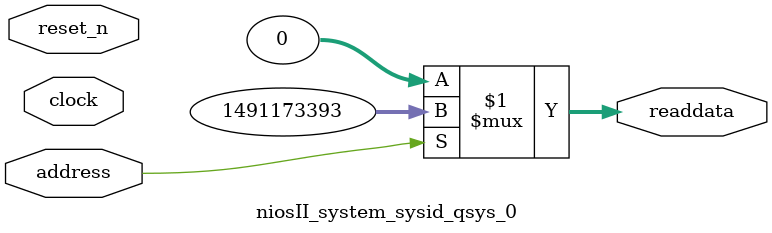
<source format=v>
module niosII_system_sysid_qsys_0 (
                address,
                clock,
                reset_n,
                readdata
             )
;
  output  [ 31: 0] readdata;
  input            address;
  input            clock;
  input            reset_n;
  wire    [ 31: 0] readdata;
  assign readdata = address ? 1491173393 : 0;
endmodule
</source>
